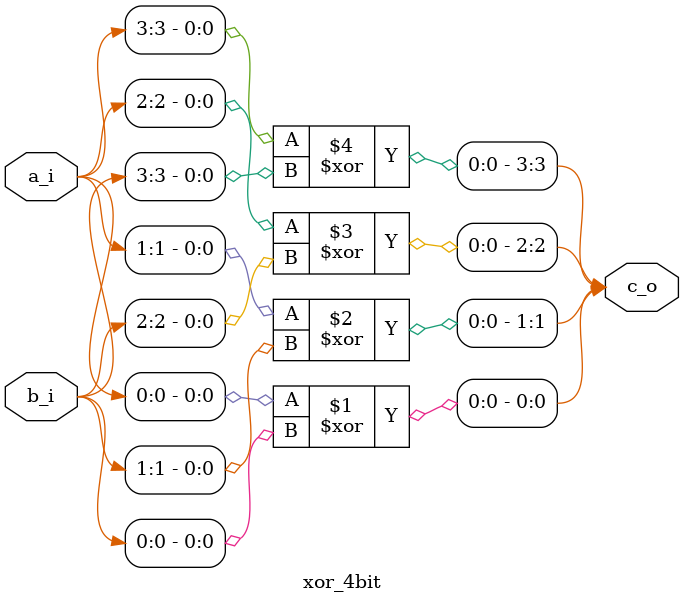
<source format=sv>
module xor_4bit(
	input logic [3:0] a_i,
	input logic [3:0] b_i,
	output logic [3:0] c_o
	);

	xor(c_o[0], a_i[0], b_i[0]);
	xor(c_o[1], a_i[1], b_i[1]);
	xor(c_o[2], a_i[2], b_i[2]);
	xor(c_o[3], a_i[3], b_i[3]);
	
endmodule

</source>
